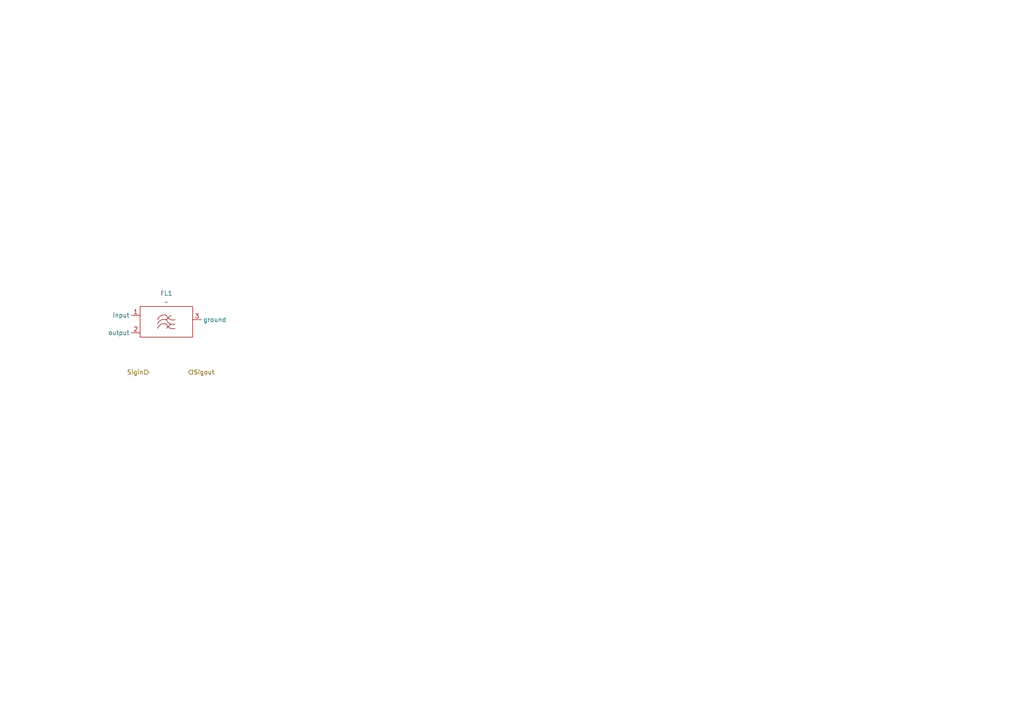
<source format=kicad_sch>
(kicad_sch (version 20250114) (generator "eeschema") (generator_version "9.0")
  (paper "A4")
  (lib_symbols
    (symbol "bp_filter:457k_bandpass_filter"
      (property "Reference" "FL" (at 0 0 0))
      (symbol "457k_bandpass_filter_0_1"
        (rectangle (start -7.62 10.16) (end 7.62 1.27))
        (arc (start -2.54 6.35) (mid -1.533 7.5111) (end 0 7.62))
        (arc (start -2.54 5.08) (mid -1.533 6.2411) (end 0 6.35))
        (arc (start -2.54 3.81) (mid -1.533 4.9711) (end 0 5.08))
        (polyline (pts (xy 0 6.35) (xy 1.27 7.62)))
        (polyline (pts (xy 0 3.81) (xy 1.27 5.08)))
        (arc (start 2.54 6.35) (mid 1.007 6.4589) (end 0 7.62))
        (arc (start 2.54 5.08) (mid 1.007 5.1889) (end 0 6.35))
        (arc (start 2.54 3.81) (mid 1.007 3.9189) (end 0 5.08))
      )
      (symbol "457k_bandpass_filter_1_1"
        (pin input line (at -7.62 7.62 180) (length 2.54) (name "input") (number "1"))
        (pin output line (at -7.62 2.54 180) (length 2.54) (name "output") (number "2"))
        (pin input line (at 7.62 6.35 0) (length 2.54) (name "ground") (number "3"))
      )
    )
  )
  (hierarchical_label "Sigout" (shape input) (at 54.61 107.95 0))
  (hierarchical_label "Sigin" (shape input) (at 43.18 107.95 180))
  (symbol (lib_id "bp_filter:457k_bandpass_filter") (at 48.26 99.06 0) (unit 1)
    (property "Reference" "FL1" (at 48.26 85.09 0))
    (property "Value" "~" (at 48.26 87.63 0))
  )
)
</source>
